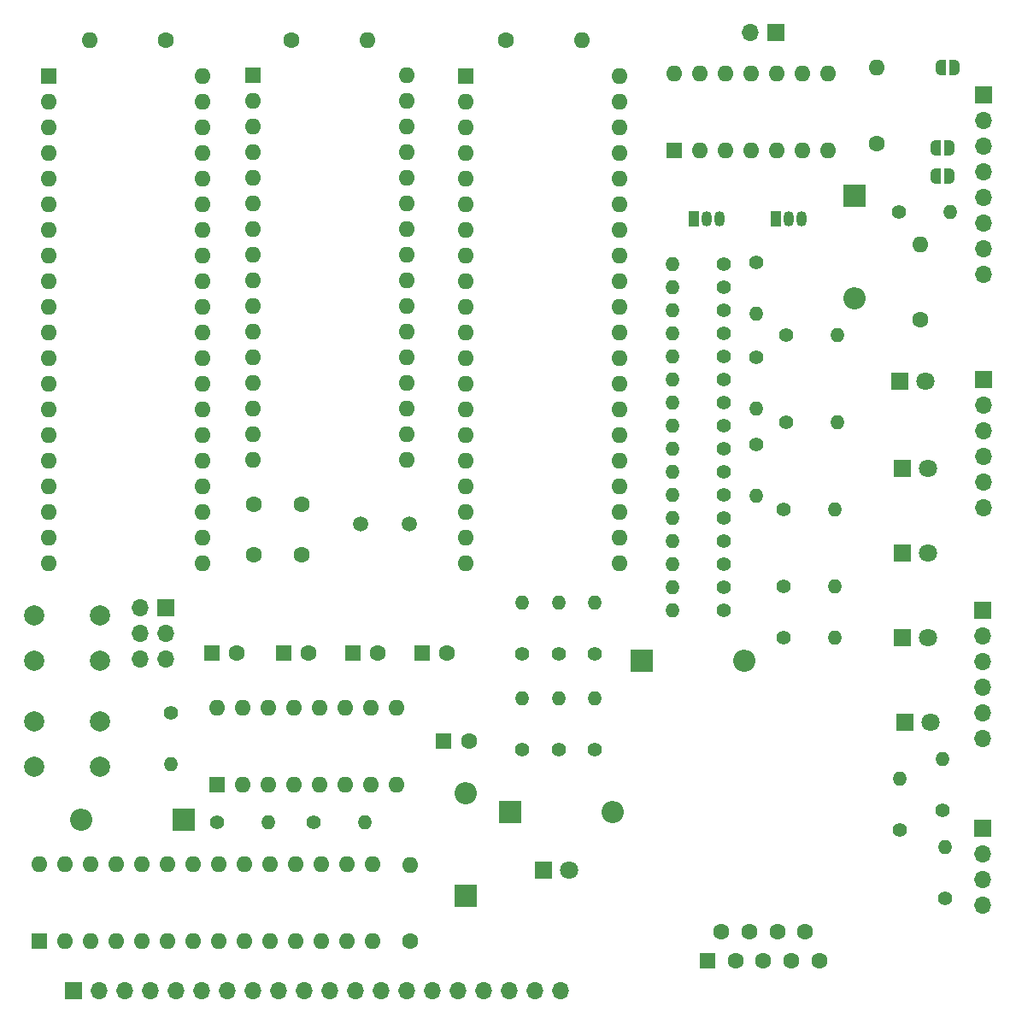
<source format=gbr>
%TF.GenerationSoftware,KiCad,Pcbnew,(6.0.5)*%
%TF.CreationDate,2022-06-12T01:05:44+10:00*%
%TF.ProjectId,gerb,67657262-2e6b-4696-9361-645f70636258,rev?*%
%TF.SameCoordinates,Original*%
%TF.FileFunction,Soldermask,Top*%
%TF.FilePolarity,Negative*%
%FSLAX46Y46*%
G04 Gerber Fmt 4.6, Leading zero omitted, Abs format (unit mm)*
G04 Created by KiCad (PCBNEW (6.0.5)) date 2022-06-12 01:05:44*
%MOMM*%
%LPD*%
G01*
G04 APERTURE LIST*
G04 Aperture macros list*
%AMFreePoly0*
4,1,22,0.500000,-0.750000,0.000000,-0.750000,0.000000,-0.745033,-0.079941,-0.743568,-0.215256,-0.701293,-0.333266,-0.622738,-0.424486,-0.514219,-0.481581,-0.384460,-0.499164,-0.250000,-0.500000,-0.250000,-0.500000,0.250000,-0.499164,0.250000,-0.499963,0.256109,-0.478152,0.396186,-0.417904,0.524511,-0.324060,0.630769,-0.204165,0.706417,-0.067858,0.745374,0.000000,0.744959,0.000000,0.750000,
0.500000,0.750000,0.500000,-0.750000,0.500000,-0.750000,$1*%
%AMFreePoly1*
4,1,20,0.000000,0.744959,0.073905,0.744508,0.209726,0.703889,0.328688,0.626782,0.421226,0.519385,0.479903,0.390333,0.500000,0.250000,0.500000,-0.250000,0.499851,-0.262216,0.476331,-0.402017,0.414519,-0.529596,0.319384,-0.634700,0.198574,-0.708877,0.061801,-0.746166,0.000000,-0.745033,0.000000,-0.750000,-0.500000,-0.750000,-0.500000,0.750000,0.000000,0.750000,0.000000,0.744959,
0.000000,0.744959,$1*%
G04 Aperture macros list end*
%ADD10R,1.600000X1.600000*%
%ADD11C,1.600000*%
%ADD12C,1.400000*%
%ADD13O,1.400000X1.400000*%
%ADD14O,1.600000X1.600000*%
%ADD15R,1.800000X1.800000*%
%ADD16C,1.800000*%
%ADD17R,1.700000X1.700000*%
%ADD18O,1.700000X1.700000*%
%ADD19R,2.200000X2.200000*%
%ADD20O,2.200000X2.200000*%
%ADD21R,1.050000X1.500000*%
%ADD22O,1.050000X1.500000*%
%ADD23FreePoly0,0.000000*%
%ADD24FreePoly1,0.000000*%
%ADD25C,2.000000*%
%ADD26C,1.500000*%
G04 APERTURE END LIST*
D10*
%TO.C,C13*%
X68294900Y-102750000D03*
D11*
X70794900Y-102750000D03*
%TD*%
D12*
%TO.C,R15*%
X96040000Y-80608000D03*
D13*
X90960000Y-80608000D03*
%TD*%
D12*
%TO.C,R6*%
X96040000Y-66892000D03*
D13*
X90960000Y-66892000D03*
%TD*%
D12*
%TO.C,R31*%
X55460000Y-110750000D03*
D13*
X60540000Y-110750000D03*
%TD*%
D12*
%TO.C,R7*%
X96040000Y-69178000D03*
D13*
X90960000Y-69178000D03*
%TD*%
D12*
%TO.C,R37*%
X45816000Y-110726000D03*
D13*
X50896000Y-110726000D03*
%TD*%
D11*
%TO.C,C1*%
X74500000Y-33250000D03*
D14*
X82000000Y-33250000D03*
%TD*%
D12*
%TO.C,R21*%
X102214000Y-71114000D03*
D13*
X107294000Y-71114000D03*
%TD*%
D11*
%TO.C,C4*%
X53250000Y-33250000D03*
D14*
X60750000Y-33250000D03*
%TD*%
D11*
%TO.C,C6*%
X54250000Y-79258000D03*
X54250000Y-84258000D03*
%TD*%
D15*
%TO.C,D4*%
X113750000Y-75750000D03*
D16*
X116290000Y-75750000D03*
%TD*%
D10*
%TO.C,U3*%
X29205000Y-36835000D03*
D14*
X29205000Y-39375000D03*
X29205000Y-41915000D03*
X29205000Y-44455000D03*
X29205000Y-46995000D03*
X29205000Y-49535000D03*
X29205000Y-52075000D03*
X29205000Y-54615000D03*
X29205000Y-57155000D03*
X29205000Y-59695000D03*
X29205000Y-62235000D03*
X29205000Y-64775000D03*
X29205000Y-67315000D03*
X29205000Y-69855000D03*
X29205000Y-72395000D03*
X29205000Y-74935000D03*
X29205000Y-77475000D03*
X29205000Y-80015000D03*
X29205000Y-82555000D03*
X29205000Y-85095000D03*
X44445000Y-85095000D03*
X44445000Y-82555000D03*
X44445000Y-80015000D03*
X44445000Y-77475000D03*
X44445000Y-74935000D03*
X44445000Y-72395000D03*
X44445000Y-69855000D03*
X44445000Y-67315000D03*
X44445000Y-64775000D03*
X44445000Y-62235000D03*
X44445000Y-59695000D03*
X44445000Y-57155000D03*
X44445000Y-54615000D03*
X44445000Y-52075000D03*
X44445000Y-49535000D03*
X44445000Y-46995000D03*
X44445000Y-44455000D03*
X44445000Y-41915000D03*
X44445000Y-39375000D03*
X44445000Y-36835000D03*
%TD*%
D17*
%TO.C,J4*%
X121775000Y-38721000D03*
D18*
X121775000Y-41261000D03*
X121775000Y-43801000D03*
X121775000Y-46341000D03*
X121775000Y-48881000D03*
X121775000Y-51421000D03*
X121775000Y-53961000D03*
X121775000Y-56501000D03*
%TD*%
D11*
%TO.C,C8*%
X65000000Y-122500000D03*
D14*
X65000000Y-115000000D03*
%TD*%
D12*
%TO.C,R2*%
X96040000Y-57748000D03*
D13*
X90960000Y-57748000D03*
%TD*%
D12*
%TO.C,R16*%
X96040000Y-82894000D03*
D13*
X90960000Y-82894000D03*
%TD*%
D19*
%TO.C,D2*%
X109000000Y-48670000D03*
D20*
X109000000Y-58830000D03*
%TD*%
D12*
%TO.C,R17*%
X96040000Y-85180000D03*
D13*
X90960000Y-85180000D03*
%TD*%
D12*
%TO.C,R18*%
X96040000Y-87466000D03*
D13*
X90960000Y-87466000D03*
%TD*%
D12*
%TO.C,R29*%
X99250000Y-73346000D03*
D13*
X99250000Y-78426000D03*
%TD*%
D17*
%TO.C,J2*%
X40790000Y-89475000D03*
D18*
X38250000Y-89475000D03*
X40790000Y-92015000D03*
X38250000Y-92015000D03*
X40790000Y-94555000D03*
X38250000Y-94555000D03*
%TD*%
D11*
%TO.C,C7*%
X111250000Y-43500000D03*
D14*
X111250000Y-36000000D03*
%TD*%
D21*
%TO.C,Q1*%
X101230000Y-51000000D03*
D22*
X102500000Y-51000000D03*
X103770000Y-51000000D03*
%TD*%
D10*
%TO.C,U4*%
X49375000Y-36750000D03*
D14*
X49375000Y-39290000D03*
X49375000Y-41830000D03*
X49375000Y-44370000D03*
X49375000Y-46910000D03*
X49375000Y-49450000D03*
X49375000Y-51990000D03*
X49375000Y-54530000D03*
X49375000Y-57070000D03*
X49375000Y-59610000D03*
X49375000Y-62150000D03*
X49375000Y-64690000D03*
X49375000Y-67230000D03*
X49375000Y-69770000D03*
X49375000Y-72310000D03*
X49375000Y-74850000D03*
X64615000Y-74850000D03*
X64615000Y-72310000D03*
X64615000Y-69770000D03*
X64615000Y-67230000D03*
X64615000Y-64690000D03*
X64615000Y-62150000D03*
X64615000Y-59610000D03*
X64615000Y-57070000D03*
X64615000Y-54530000D03*
X64615000Y-51990000D03*
X64615000Y-49450000D03*
X64615000Y-46910000D03*
X64615000Y-44370000D03*
X64615000Y-41830000D03*
X64615000Y-39290000D03*
X64615000Y-36750000D03*
%TD*%
D12*
%TO.C,R30*%
X83250000Y-94040000D03*
D13*
X83250000Y-88960000D03*
%TD*%
D10*
%TO.C,C11*%
X59294900Y-94000000D03*
D11*
X61794900Y-94000000D03*
%TD*%
D10*
%TO.C,U6*%
X45850000Y-107050000D03*
D14*
X48390000Y-107050000D03*
X50930000Y-107050000D03*
X53470000Y-107050000D03*
X56010000Y-107050000D03*
X58550000Y-107050000D03*
X61090000Y-107050000D03*
X63630000Y-107050000D03*
X63630000Y-99430000D03*
X61090000Y-99430000D03*
X58550000Y-99430000D03*
X56010000Y-99430000D03*
X53470000Y-99430000D03*
X50930000Y-99430000D03*
X48390000Y-99430000D03*
X45850000Y-99430000D03*
%TD*%
D23*
%TO.C,JP2*%
X117600000Y-36000000D03*
D24*
X118900000Y-36000000D03*
%TD*%
D19*
%TO.C,D1*%
X42580000Y-110500000D03*
D20*
X32420000Y-110500000D03*
%TD*%
D12*
%TO.C,R33*%
X76066000Y-94044000D03*
D13*
X76066000Y-88964000D03*
%TD*%
D12*
%TO.C,R1*%
X96040000Y-55462000D03*
D13*
X90960000Y-55462000D03*
%TD*%
%TO.C,R26*%
X79750000Y-88960000D03*
D12*
X79750000Y-94040000D03*
%TD*%
D25*
%TO.C,SW1*%
X27750000Y-90250000D03*
X34250000Y-90250000D03*
X27750000Y-94750000D03*
X34250000Y-94750000D03*
%TD*%
D12*
%TO.C,R34*%
X113500000Y-111540000D03*
D13*
X113500000Y-106460000D03*
%TD*%
D12*
%TO.C,R23*%
X102214000Y-62478000D03*
D13*
X107294000Y-62478000D03*
%TD*%
D15*
%TO.C,D5*%
X113496000Y-67114000D03*
D16*
X116036000Y-67114000D03*
%TD*%
D12*
%TO.C,R32*%
X83250000Y-103540000D03*
D13*
X83250000Y-98460000D03*
%TD*%
D25*
%TO.C,SW2*%
X34250000Y-100750000D03*
X27750000Y-100750000D03*
X34250000Y-105250000D03*
X27750000Y-105250000D03*
%TD*%
D12*
%TO.C,R11*%
X113460000Y-50292000D03*
D13*
X118540000Y-50292000D03*
%TD*%
D10*
%TO.C,C10*%
X52436900Y-94000000D03*
D11*
X54936900Y-94000000D03*
%TD*%
D14*
%TO.C,U2*%
X91125000Y-36566000D03*
X93665000Y-36566000D03*
X96205000Y-36566000D03*
X98745000Y-36566000D03*
X101285000Y-36566000D03*
X103825000Y-36566000D03*
X106365000Y-36566000D03*
X106365000Y-44186000D03*
X103825000Y-44186000D03*
X101285000Y-44186000D03*
X98745000Y-44186000D03*
X96205000Y-44186000D03*
X93665000Y-44186000D03*
D10*
X91125000Y-44186000D03*
%TD*%
D12*
%TO.C,R24*%
X99250000Y-55312000D03*
D13*
X99250000Y-60392000D03*
%TD*%
D15*
%TO.C,D8*%
X78225000Y-115500000D03*
D16*
X80765000Y-115500000D03*
%TD*%
D12*
%TO.C,R13*%
X96040000Y-76036000D03*
D13*
X90960000Y-76036000D03*
%TD*%
D12*
%TO.C,R20*%
X76086000Y-103540000D03*
D13*
X76086000Y-98460000D03*
%TD*%
D17*
%TO.C,J6*%
X121750000Y-89760000D03*
D18*
X121750000Y-92300000D03*
X121750000Y-94840000D03*
X121750000Y-97380000D03*
X121750000Y-99920000D03*
X121750000Y-102460000D03*
%TD*%
D10*
%TO.C,J8*%
X94450000Y-124440300D03*
D11*
X97220000Y-124440300D03*
X99990000Y-124440300D03*
X102760000Y-124440300D03*
X105530000Y-124440300D03*
X95835000Y-121600300D03*
X98605000Y-121600300D03*
X101375000Y-121600300D03*
X104145000Y-121600300D03*
%TD*%
D12*
%TO.C,R25*%
X79750000Y-103540000D03*
D13*
X79750000Y-98460000D03*
%TD*%
D15*
%TO.C,D11*%
X114004000Y-100896000D03*
D16*
X116544000Y-100896000D03*
%TD*%
D17*
%TO.C,J7*%
X31650000Y-127475000D03*
D18*
X34190000Y-127475000D03*
X36730000Y-127475000D03*
X39270000Y-127475000D03*
X41810000Y-127475000D03*
X44350000Y-127475000D03*
X46890000Y-127475000D03*
X49430000Y-127475000D03*
X51970000Y-127475000D03*
X54510000Y-127475000D03*
X57050000Y-127475000D03*
X59590000Y-127475000D03*
X62130000Y-127475000D03*
X64670000Y-127475000D03*
X67210000Y-127475000D03*
X69750000Y-127475000D03*
X72290000Y-127475000D03*
X74830000Y-127475000D03*
X77370000Y-127475000D03*
X79910000Y-127475000D03*
%TD*%
D12*
%TO.C,R14*%
X96040000Y-78322000D03*
D13*
X90960000Y-78322000D03*
%TD*%
D19*
%TO.C,D9*%
X74920000Y-109750000D03*
D20*
X85080000Y-109750000D03*
%TD*%
D12*
%TO.C,R36*%
X101960000Y-92450000D03*
D13*
X107040000Y-92450000D03*
%TD*%
D12*
%TO.C,R19*%
X96040000Y-89752000D03*
D13*
X90960000Y-89752000D03*
%TD*%
D11*
%TO.C,C2*%
X40750000Y-33250000D03*
D14*
X33250000Y-33250000D03*
%TD*%
D23*
%TO.C,JP1*%
X117100000Y-44000000D03*
D24*
X118400000Y-44000000D03*
%TD*%
D12*
%TO.C,R12*%
X96040000Y-73750000D03*
D13*
X90960000Y-73750000D03*
%TD*%
D12*
%TO.C,R8*%
X96040000Y-71464000D03*
D13*
X90960000Y-71464000D03*
%TD*%
D12*
%TO.C,R4*%
X96040000Y-62320000D03*
D13*
X90960000Y-62320000D03*
%TD*%
D12*
%TO.C,R27*%
X101960000Y-87370000D03*
D13*
X107040000Y-87370000D03*
%TD*%
D12*
%TO.C,R10*%
X41250000Y-99960000D03*
D13*
X41250000Y-105040000D03*
%TD*%
D23*
%TO.C,JP3*%
X117100000Y-46750000D03*
D24*
X118400000Y-46750000D03*
%TD*%
D21*
%TO.C,Q2*%
X93102000Y-51000000D03*
D22*
X94372000Y-51000000D03*
X95642000Y-51000000D03*
%TD*%
D11*
%TO.C,C5*%
X49510000Y-84258000D03*
X49510000Y-79258000D03*
%TD*%
D15*
%TO.C,D6*%
X113750000Y-92514000D03*
D16*
X116290000Y-92514000D03*
%TD*%
D17*
%TO.C,J5*%
X121775000Y-66925000D03*
D18*
X121775000Y-69465000D03*
X121775000Y-72005000D03*
X121775000Y-74545000D03*
X121775000Y-77085000D03*
X121775000Y-79625000D03*
%TD*%
D17*
%TO.C,J1*%
X101250000Y-32525000D03*
D18*
X98710000Y-32525000D03*
%TD*%
D10*
%TO.C,U5*%
X28225000Y-122550000D03*
D14*
X30765000Y-122550000D03*
X33305000Y-122550000D03*
X35845000Y-122550000D03*
X38385000Y-122550000D03*
X40925000Y-122550000D03*
X43465000Y-122550000D03*
X46005000Y-122550000D03*
X48545000Y-122550000D03*
X51085000Y-122550000D03*
X53625000Y-122550000D03*
X56165000Y-122550000D03*
X58705000Y-122550000D03*
X61245000Y-122550000D03*
X61245000Y-114930000D03*
X58705000Y-114930000D03*
X56165000Y-114930000D03*
X53625000Y-114930000D03*
X51085000Y-114930000D03*
X48545000Y-114930000D03*
X46005000Y-114930000D03*
X43465000Y-114930000D03*
X40925000Y-114930000D03*
X38385000Y-114930000D03*
X35845000Y-114930000D03*
X33305000Y-114930000D03*
X30765000Y-114930000D03*
X28225000Y-114930000D03*
%TD*%
D12*
%TO.C,R28*%
X101960000Y-79750000D03*
D13*
X107040000Y-79750000D03*
%TD*%
D12*
%TO.C,R22*%
X99250000Y-64710000D03*
D13*
X99250000Y-69790000D03*
%TD*%
D19*
%TO.C,D10*%
X87920000Y-94750000D03*
D20*
X98080000Y-94750000D03*
%TD*%
D12*
%TO.C,R35*%
X117750000Y-109540000D03*
D13*
X117750000Y-104460000D03*
%TD*%
D10*
%TO.C,U1*%
X70500000Y-36835000D03*
D14*
X70500000Y-39375000D03*
X70500000Y-41915000D03*
X70500000Y-44455000D03*
X70500000Y-46995000D03*
X70500000Y-49535000D03*
X70500000Y-52075000D03*
X70500000Y-54615000D03*
X70500000Y-57155000D03*
X70500000Y-59695000D03*
X70500000Y-62235000D03*
X70500000Y-64775000D03*
X70500000Y-67315000D03*
X70500000Y-69855000D03*
X70500000Y-72395000D03*
X70500000Y-74935000D03*
X70500000Y-77475000D03*
X70500000Y-80015000D03*
X70500000Y-82555000D03*
X70500000Y-85095000D03*
X85740000Y-85095000D03*
X85740000Y-82555000D03*
X85740000Y-80015000D03*
X85740000Y-77475000D03*
X85740000Y-74935000D03*
X85740000Y-72395000D03*
X85740000Y-69855000D03*
X85740000Y-67315000D03*
X85740000Y-64775000D03*
X85740000Y-62235000D03*
X85740000Y-59695000D03*
X85740000Y-57155000D03*
X85740000Y-54615000D03*
X85740000Y-52075000D03*
X85740000Y-49535000D03*
X85740000Y-46995000D03*
X85740000Y-44455000D03*
X85740000Y-41915000D03*
X85740000Y-39375000D03*
X85740000Y-36835000D03*
%TD*%
D12*
%TO.C,R9*%
X118000000Y-118290000D03*
D13*
X118000000Y-113210000D03*
%TD*%
D10*
%TO.C,C9*%
X45324900Y-94000000D03*
D11*
X47824900Y-94000000D03*
%TD*%
D26*
%TO.C,Y1*%
X60050000Y-81250000D03*
X64930000Y-81250000D03*
%TD*%
D12*
%TO.C,R5*%
X96040000Y-64606000D03*
D13*
X90960000Y-64606000D03*
%TD*%
D19*
%TO.C,D3*%
X70500000Y-118080000D03*
D20*
X70500000Y-107920000D03*
%TD*%
D11*
%TO.C,C3*%
X115500000Y-61000000D03*
D14*
X115500000Y-53500000D03*
%TD*%
D10*
%TO.C,C12*%
X66152900Y-94000000D03*
D11*
X68652900Y-94000000D03*
%TD*%
D12*
%TO.C,R3*%
X96040000Y-60034000D03*
D13*
X90960000Y-60034000D03*
%TD*%
D15*
%TO.C,D7*%
X113750000Y-84132000D03*
D16*
X116290000Y-84132000D03*
%TD*%
D18*
%TO.C,J3*%
X121750000Y-118970000D03*
X121750000Y-116430000D03*
X121750000Y-113890000D03*
D17*
X121750000Y-111350000D03*
%TD*%
M02*

</source>
